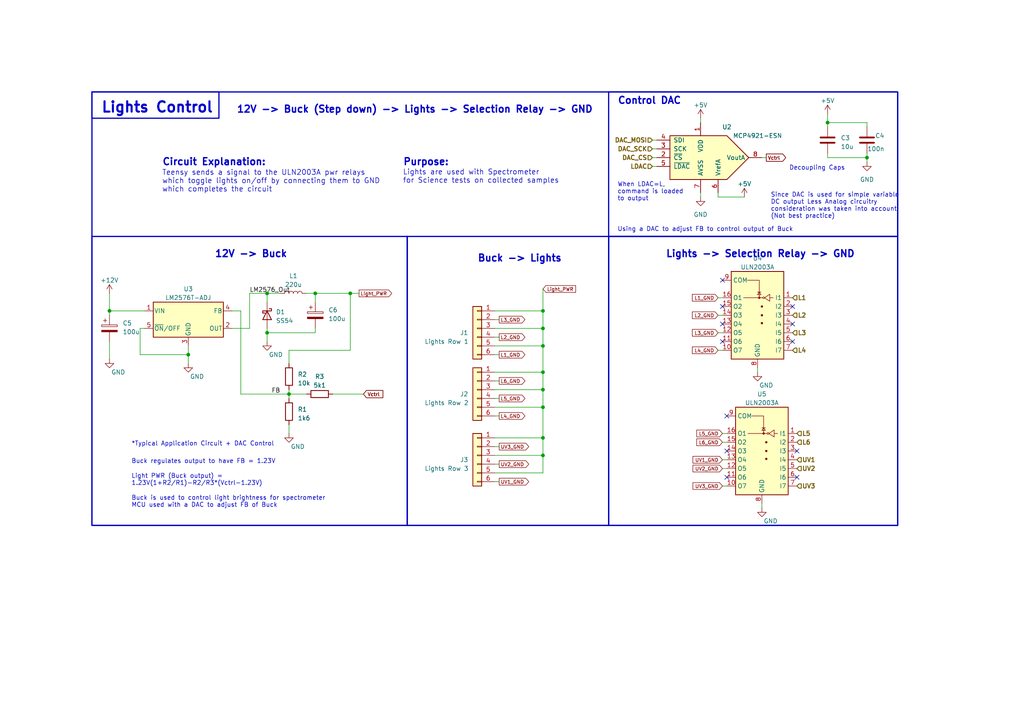
<source format=kicad_sch>
(kicad_sch (version 20231120) (generator "eeschema") (generator_version "8.0")
  (paper "A4")
  (title_block (title "Lights Control") (date "2023-11-28") (rev "2") (company "Matthew Szalawiga"))
  (lib_symbols
    (symbol "Analog_DAC:MCP4921-ESN" (pin_names (offset 1.016))
      (property "Reference" "U" (at -11.43 7.62 0))
      (property "Value" "MCP4921-ESN" (at 0 7.62 0))
      (symbol "MCP4921-ESN_0_1"
        (polyline (pts (xy -11.43 6.35) (xy 5.08 6.35) (xy 11.43 0) (xy 5.08 -6.35) (xy -11.43 -6.35) (xy -11.43 6.35)) (stroke (width 0.254)) (fill (type background)))
      )
      (symbol "MCP4921-ESN_1_1"
        (pin power_in line (at -2.54 10.16 270) (length 3.81) (name "VDD") (number "1"))
        (pin input line (at -15.24 0 0) (length 3.81) (name "~{CS}") (number "2"))
        (pin input line (at -15.24 2.54 0) (length 3.81) (name "SCK") (number "3"))
        (pin input line (at -15.24 5.08 0) (length 3.81) (name "SDI") (number "4"))
        (pin input line (at -15.24 -2.54 0) (length 3.81) (name "~{LDAC}") (number "5"))
        (pin passive line (at 2.54 -10.16 90) (length 3.81) (name "VrefA") (number "6"))
        (pin power_in line (at -2.54 -10.16 90) (length 3.81) (name "AVSS") (number "7"))
        (pin passive line (at 15.24 0 180) (length 3.81) (name "VoutA") (number "8"))
      )
    )
    (symbol "Connector_Generic:Conn_01x06" (pin_names (offset 1.016) hide)
      (property "Reference" "J" (at 0 7.62 0))
      (property "Value" "Conn_01x06" (at 0 -10.16 0))
      (symbol "Conn_01x06_1_1"
        (rectangle (start -1.27 -7.493) (end 0 -7.747) (stroke (width 0.1524)))
        (rectangle (start -1.27 -4.953) (end 0 -5.207) (stroke (width 0.1524)))
        (rectangle (start -1.27 -2.413) (end 0 -2.667) (stroke (width 0.1524)))
        (rectangle (start -1.27 0.127) (end 0 -0.127) (stroke (width 0.1524)))
        (rectangle (start -1.27 2.667) (end 0 2.413) (stroke (width 0.1524)))
        (rectangle (start -1.27 5.207) (end 0 4.953) (stroke (width 0.1524)))
        (rectangle (start -1.27 6.35) (end 1.27 -8.89) (stroke (width 0.254)) (fill (type background)))
        (pin passive line (at -5.08 5.08 0) (length 3.81) (name "Pin_1") (number "1"))
        (pin passive line (at -5.08 2.54 0) (length 3.81) (name "Pin_2") (number "2"))
        (pin passive line (at -5.08 0 0) (length 3.81) (name "Pin_3") (number "3"))
        (pin passive line (at -5.08 -2.54 0) (length 3.81) (name "Pin_4") (number "4"))
        (pin passive line (at -5.08 -5.08 0) (length 3.81) (name "Pin_5") (number "5"))
        (pin passive line (at -5.08 -7.62 0) (length 3.81) (name "Pin_6") (number "6"))
      )
    )
    (symbol "Device:C" (pin_numbers hide) (pin_names (offset 0.254))
      (property "Reference" "C" (at 0.635 2.54 0))
      (property "Value" "C" (at 0.635 -2.54 0))
      (symbol "C_0_1"
        (polyline (pts (xy -2.032 -0.762) (xy 2.032 -0.762)) (stroke (width 0.508)))
        (polyline (pts (xy -2.032 0.762) (xy 2.032 0.762)) (stroke (width 0.508)))
      )
      (symbol "C_1_1"
        (pin passive line (at 0 3.81 270) (length 2.794) (name "~") (number "1"))
        (pin passive line (at 0 -3.81 90) (length 2.794) (name "~") (number "2"))
      )
    )
    (symbol "Device:C_Polarized" (pin_numbers hide) (pin_names (offset 0.254))
      (property "Reference" "C" (at 0.635 2.54 0))
      (property "Value" "C_Polarized" (at 0.635 -2.54 0))
      (symbol "C_Polarized_0_1"
        (rectangle (start -2.286 0.508) (end 2.286 1.016))
        (polyline (pts (xy -1.778 2.286) (xy -0.762 2.286)))
        (polyline (pts (xy -1.27 2.794) (xy -1.27 1.778)))
        (rectangle (start 2.286 -0.508) (end -2.286 -1.016) (fill (type outline)))
      )
      (symbol "C_Polarized_1_1"
        (pin passive line (at 0 3.81 270) (length 2.794) (name "~") (number "1"))
        (pin passive line (at 0 -3.81 90) (length 2.794) (name "~") (number "2"))
      )
    )
    (symbol "Device:L" (pin_numbers hide) (pin_names (offset 1.016) hide)
      (property "Reference" "L" (at -1.27 0 90))
      (property "Value" "L" (at 1.905 0 90))
      (symbol "L_0_1"
        (arc (start 0 -2.54) (mid 0.6323 -1.905) (end 0 -1.27))
        (arc (start 0 -1.27) (mid 0.6323 -0.635) (end 0 0))
        (arc (start 0 0) (mid 0.6323 0.635) (end 0 1.27))
        (arc (start 0 1.27) (mid 0.6323 1.905) (end 0 2.54))
      )
      (symbol "L_1_1"
        (pin passive line (at 0 3.81 270) (length 1.27) (name "1") (number "1"))
        (pin passive line (at 0 -3.81 90) (length 1.27) (name "2") (number "2"))
      )
    )
    (symbol "Device:R" (pin_numbers hide) (pin_names (offset 0))
      (property "Reference" "R" (at 2.032 0 90))
      (property "Value" "R" (at 0 0 90))
      (symbol "R_0_1"
        (rectangle (start -1.016 -2.54) (end 1.016 2.54) (stroke (width 0.254)))
      )
      (symbol "R_1_1"
        (pin passive line (at 0 3.81 270) (length 1.27) (name "~") (number "1"))
        (pin passive line (at 0 -3.81 90) (length 1.27) (name "~") (number "2"))
      )
    )
    (symbol "Diode:B150-E3" (pin_numbers hide) (pin_names hide)
      (property "Reference" "D" (at 0 2.54 0))
      (property "Value" "B150-E3" (at 0 -2.54 0))
      (symbol "B150-E3_0_1"
        (polyline (pts (xy 1.27 0) (xy -1.27 0)))
        (polyline (pts (xy 1.27 1.27) (xy 1.27 -1.27) (xy -1.27 0) (xy 1.27 1.27)) (stroke (width 0.254)))
        (polyline (pts (xy -1.905 0.635) (xy -1.905 1.27) (xy -1.27 1.27) (xy -1.27 -1.27) (xy -0.635 -1.27) (xy -0.635 -0.635)) (stroke (width 0.254)))
      )
      (symbol "B150-E3_1_1"
        (pin passive line (at -3.81 0 0) (length 2.54) (name "K") (number "1"))
        (pin passive line (at 3.81 0 180) (length 2.54) (name "A") (number "2"))
      )
    )
    (symbol "Regulator_Switching:LM2576T-ADJ" (pin_names (offset 0.254))
      (property "Reference" "U" (at -10.16 6.35 0))
      (property "Value" "LM2576T-ADJ" (at 0 6.35 0))
      (symbol "LM2576T-ADJ_0_1"
        (rectangle (start -10.16 5.08) (end 10.16 -5.08) (stroke (width 0.254)) (fill (type background)))
      )
      (symbol "LM2576T-ADJ_1_1"
        (pin power_in line (at -12.7 2.54 0) (length 2.54) (name "VIN") (number "1"))
        (pin output line (at 12.7 -2.54 180) (length 2.54) (name "OUT") (number "2"))
        (pin power_in line (at 0 -7.62 90) (length 2.54) (name "GND") (number "3"))
        (pin input line (at 12.7 2.54 180) (length 2.54) (name "FB") (number "4"))
        (pin input line (at -12.7 -2.54 0) (length 2.54) (name "~{ON}/OFF") (number "5"))
      )
    )
    (symbol "Transistor_Array:ULN2003A"
      (property "Reference" "U" (at 0 15.875 0))
      (property "Value" "ULN2003A" (at 0 13.97 0))
      (symbol "ULN2003A_0_1"
        (rectangle (start -7.62 -12.7) (end 7.62 12.7) (stroke (width 0.254)) (fill (type background)))
        (circle (center -1.778 5.08) (radius 0.254))
        (circle (center -1.27 -2.286) (radius 0.254) (fill (type outline)))
        (circle (center -1.27 0) (radius 0.254) (fill (type outline)))
        (circle (center -1.27 2.54) (radius 0.254) (fill (type outline)))
        (circle (center -0.508 5.08) (radius 0.254) (fill (type outline)))
        (polyline (pts (xy -4.572 5.08) (xy -3.556 5.08)))
        (polyline (pts (xy -1.524 5.08) (xy 4.064 5.08)))
        (polyline (pts (xy 0 6.731) (xy -1.016 6.731)))
        (polyline (pts (xy -0.508 5.08) (xy -0.508 10.16) (xy 2.921 10.16)))
        (polyline (pts (xy -3.556 6.096) (xy -3.556 4.064) (xy -2.032 5.08) (xy -3.556 6.096)))
        (polyline (pts (xy 0 5.969) (xy -1.016 5.969) (xy -0.508 6.731) (xy 0 5.969)))
      )
      (symbol "ULN2003A_1_1"
        (pin input line (at -10.16 5.08 0) (length 2.54) (name "I1") (number "1"))
        (pin open_collector line (at 10.16 -10.16 180) (length 2.54) (name "O7") (number "10"))
        (pin open_collector line (at 10.16 -7.62 180) (length 2.54) (name "O6") (number "11"))
        (pin open_collector line (at 10.16 -5.08 180) (length 2.54) (name "O5") (number "12"))
        (pin open_collector line (at 10.16 -2.54 180) (length 2.54) (name "O4") (number "13"))
        (pin open_collector line (at 10.16 0 180) (length 2.54) (name "O3") (number "14"))
        (pin open_collector line (at 10.16 2.54 180) (length 2.54) (name "O2") (number "15"))
        (pin open_collector line (at 10.16 5.08 180) (length 2.54) (name "O1") (number "16"))
        (pin input line (at -10.16 2.54 0) (length 2.54) (name "I2") (number "2"))
        (pin input line (at -10.16 0 0) (length 2.54) (name "I3") (number "3"))
        (pin input line (at -10.16 -2.54 0) (length 2.54) (name "I4") (number "4"))
        (pin input line (at -10.16 -5.08 0) (length 2.54) (name "I5") (number "5"))
        (pin input line (at -10.16 -7.62 0) (length 2.54) (name "I6") (number "6"))
        (pin input line (at -10.16 -10.16 0) (length 2.54) (name "I7") (number "7"))
        (pin power_in line (at 0 -15.24 90) (length 2.54) (name "GND") (number "8"))
        (pin passive line (at 10.16 10.16 180) (length 2.54) (name "COM") (number "9"))
      )
    )
    (symbol "power:+12V" (power) (pin_names (offset 0))
      (property "Value" "+12V" (at 0 3.556 0))
      (symbol "+12V_0_1"
        (polyline (pts (xy -0.762 1.27) (xy 0 2.54)))
        (polyline (pts (xy 0 0) (xy 0 2.54)))
        (polyline (pts (xy 0 2.54) (xy 0.762 1.27)))
      )
      (symbol "+12V_1_1"
        (pin power_in line (at 0 0 90) (length 0) hide (name "+12V") (number "1"))
      )
    )
    (symbol "power:+5V" (power) (pin_names (offset 0))
      (property "Value" "+5V" (at 0 3.556 0))
      (symbol "+5V_0_1"
        (polyline (pts (xy -0.762 1.27) (xy 0 2.54)))
        (polyline (pts (xy 0 0) (xy 0 2.54)))
        (polyline (pts (xy 0 2.54) (xy 0.762 1.27)))
      )
      (symbol "+5V_1_1"
        (pin power_in line (at 0 0 90) (length 0) hide (name "+5V") (number "1"))
      )
    )
    (symbol "power:GND" (power) (pin_names (offset 0))
      (property "Value" "GND" (at 0 -3.81 0))
      (symbol "GND_0_1"
        (polyline (pts (xy 0 0) (xy 0 -1.27) (xy 1.27 -1.27) (xy 0 -2.54) (xy -1.27 -1.27) (xy 0 -1.27)))
      )
      (symbol "GND_1_1"
        (pin power_in line (at 0 0 270) (length 0) hide (name "GND") (number "1"))
      )
    )
  )
  (junction (at 83.82 114.3))
  (junction (at 54.61 102.87))
  (junction (at 157.48 100.33))
  (junction (at 251.46 45.72))
  (junction (at 157.48 132.08))
  (junction (at 157.48 90.17))
  (junction (at 157.48 113.03))
  (junction (at 157.48 95.25))
  (junction (at 91.44 85.09))
  (junction (at 240.03 35.56))
  (junction (at 77.47 96.52))
  (junction (at 157.48 107.95))
  (junction (at 157.48 127))
  (junction (at 157.48 118.11))
  (junction (at 101.6 85.09))
  (junction (at 31.75 90.17))
  (junction (at 77.47 85.09))
  (no_connect (at 209.55 81.28))
  (no_connect (at 210.82 120.65))
  (no_connect (at 231.14 130.81))
  (no_connect (at 210.82 138.43))
  (no_connect (at 229.87 93.98))
  (no_connect (at 209.55 88.9))
  (no_connect (at 209.55 99.06))
  (no_connect (at 210.82 130.81))
  (no_connect (at 229.87 99.06))
  (no_connect (at 231.14 138.43))
  (no_connect (at 229.87 88.9))
  (no_connect (at 209.55 93.98))
  (wire (pts (xy 72.39 85.09) (xy 72.39 95.25)))
  (wire (pts (xy 143.51 95.25) (xy 157.48 95.25)))
  (wire (pts (xy 220.98 146.05) (xy 220.98 147.32)))
  (wire (pts (xy 144.78 120.65) (xy 143.51 120.65)))
  (wire (pts (xy 157.48 90.17) (xy 157.48 95.25)))
  (wire (pts (xy 67.31 90.17) (xy 69.85 90.17)))
  (wire (pts (xy 83.82 114.3) (xy 83.82 115.57)))
  (wire (pts (xy 101.6 101.6) (xy 101.6 85.09)))
  (wire (pts (xy 189.23 45.72) (xy 190.5 45.72)))
  (wire (pts (xy 144.78 134.62) (xy 143.51 134.62)))
  (wire (pts (xy 189.23 40.64) (xy 190.5 40.64)))
  (wire (pts (xy 144.78 115.57) (xy 143.51 115.57)))
  (wire (pts (xy 251.46 36.83) (xy 251.46 35.56)))
  (wire (pts (xy 91.44 95.25) (xy 91.44 96.52)))
  (wire (pts (xy 251.46 45.72) (xy 240.03 45.72)))
  (wire (pts (xy 240.03 35.56) (xy 240.03 36.83)))
  (wire (pts (xy 83.82 105.41) (xy 83.82 101.6)))
  (wire (pts (xy 83.82 123.19) (xy 83.82 125.73)))
  (wire (pts (xy 41.91 95.25) (xy 40.64 95.25)))
  (wire (pts (xy 40.64 102.87) (xy 54.61 102.87)))
  (wire (pts (xy 143.51 132.08) (xy 157.48 132.08)))
  (wire (pts (xy 209.55 133.35) (xy 210.82 133.35)))
  (wire (pts (xy 240.03 33.02) (xy 240.03 35.56)))
  (wire (pts (xy 143.51 90.17) (xy 157.48 90.17)))
  (wire (pts (xy 208.28 55.88) (xy 208.28 57.15)))
  (wire (pts (xy 208.28 86.36) (xy 209.55 86.36)))
  (wire (pts (xy 31.75 91.44) (xy 31.75 90.17)))
  (wire (pts (xy 83.82 114.3) (xy 88.9 114.3)))
  (wire (pts (xy 189.23 48.26) (xy 190.5 48.26)))
  (wire (pts (xy 219.71 107.95) (xy 219.71 106.68)))
  (wire (pts (xy 157.48 100.33) (xy 157.48 107.95)))
  (wire (pts (xy 144.78 139.7) (xy 143.51 139.7)))
  (wire (pts (xy 222.25 45.72) (xy 220.98 45.72)))
  (wire (pts (xy 101.6 85.09) (xy 104.14 85.09)))
  (wire (pts (xy 143.51 113.03) (xy 157.48 113.03)))
  (wire (pts (xy 91.44 85.09) (xy 101.6 85.09)))
  (wire (pts (xy 209.55 140.97) (xy 210.82 140.97)))
  (wire (pts (xy 143.51 137.16) (xy 157.48 137.16)))
  (wire (pts (xy 203.2 34.29) (xy 203.2 35.56)))
  (wire (pts (xy 143.51 100.33) (xy 157.48 100.33)))
  (wire (pts (xy 251.46 44.45) (xy 251.46 45.72)))
  (wire (pts (xy 143.51 107.95) (xy 157.48 107.95)))
  (wire (pts (xy 31.75 99.06) (xy 31.75 104.14)))
  (wire (pts (xy 40.64 95.25) (xy 40.64 102.87)))
  (wire (pts (xy 209.55 125.73) (xy 210.82 125.73)))
  (wire (pts (xy 88.9 85.09) (xy 91.44 85.09)))
  (wire (pts (xy 54.61 102.87) (xy 54.61 105.41)))
  (wire (pts (xy 91.44 96.52) (xy 77.47 96.52)))
  (wire (pts (xy 69.85 114.3) (xy 69.85 90.17)))
  (wire (pts (xy 157.48 132.08) (xy 157.48 137.16)))
  (wire (pts (xy 144.78 110.49) (xy 143.51 110.49)))
  (wire (pts (xy 157.48 118.11) (xy 157.48 127)))
  (wire (pts (xy 144.78 92.71) (xy 143.51 92.71)))
  (wire (pts (xy 203.2 55.88) (xy 203.2 57.15)))
  (wire (pts (xy 208.28 101.6) (xy 209.55 101.6)))
  (wire (pts (xy 157.48 83.82) (xy 157.48 90.17)))
  (wire (pts (xy 209.55 128.27) (xy 210.82 128.27)))
  (wire (pts (xy 67.31 95.25) (xy 72.39 95.25)))
  (wire (pts (xy 157.48 107.95) (xy 157.48 113.03)))
  (wire (pts (xy 91.44 85.09) (xy 91.44 87.63)))
  (wire (pts (xy 83.82 113.03) (xy 83.82 114.3)))
  (wire (pts (xy 189.23 43.18) (xy 190.5 43.18)))
  (wire (pts (xy 208.28 91.44) (xy 209.55 91.44)))
  (wire (pts (xy 157.48 127) (xy 157.48 132.08)))
  (wire (pts (xy 77.47 85.09) (xy 77.47 87.63)))
  (wire (pts (xy 157.48 95.25) (xy 157.48 100.33)))
  (wire (pts (xy 240.03 45.72) (xy 240.03 44.45)))
  (wire (pts (xy 251.46 35.56) (xy 240.03 35.56)))
  (wire (pts (xy 77.47 85.09) (xy 81.28 85.09)))
  (wire (pts (xy 208.28 96.52) (xy 209.55 96.52)))
  (wire (pts (xy 77.47 95.25) (xy 77.47 96.52)))
  (wire (pts (xy 144.78 97.79) (xy 143.51 97.79)))
  (wire (pts (xy 96.52 114.3) (xy 105.41 114.3)))
  (wire (pts (xy 31.75 90.17) (xy 41.91 90.17)))
  (wire (pts (xy 31.75 85.09) (xy 31.75 90.17)))
  (wire (pts (xy 83.82 101.6) (xy 101.6 101.6)))
  (wire (pts (xy 77.47 96.52) (xy 77.47 99.06)))
  (wire (pts (xy 208.28 57.15) (xy 215.9 57.15)))
  (wire (pts (xy 143.51 127) (xy 157.48 127)))
  (wire (pts (xy 54.61 100.33) (xy 54.61 102.87)))
  (wire (pts (xy 69.85 114.3) (xy 83.82 114.3)))
  (wire (pts (xy 144.78 102.87) (xy 143.51 102.87)))
  (wire (pts (xy 209.55 135.89) (xy 210.82 135.89)))
  (wire (pts (xy 251.46 45.72) (xy 251.46 46.99)))
  (wire (pts (xy 144.78 129.54) (xy 143.51 129.54)))
  (wire (pts (xy 72.39 85.09) (xy 77.47 85.09)))
  (wire (pts (xy 157.48 113.03) (xy 157.48 118.11)))
  (wire (pts (xy 143.51 118.11) (xy 157.48 118.11)))
  (rectangle (start 118.11 68.58) (end 176.53 152.4) (stroke (width 0.35)))
  (rectangle (start 176.53 26.67) (end 260.35 68.58) (stroke (width 0.35)))
  (rectangle (start 176.53 68.58) (end 260.35 152.4) (stroke (width 0.35)))
  (rectangle (start 26.67 26.67) (end 63.5 34.29) (stroke (width 0.35)))
  (rectangle (start 26.67 68.58) (end 118.11 152.4) (stroke (width 0.35)))
  (rectangle (start 26.67 26.67) (end 260.35 152.4) (stroke (width 0.35)))
  (text "Buck regulates output to have FB = 1.23V" (at 38.1 134.62 0) (effects (font (size 1.27 1.27)) (justify left bottom)))
  (text "Since DAC is used for simple variable \nDC output Less Analog circuitry\nconsideration was taken into account\n(Not best practice)" (at 223.52 63.5 0) (effects (font (size 1.27 1.27)) (justify left bottom)))
  (text "*Typical Application Circuit + DAC Control" (at 38.1 129.54 0) (effects (font (size 1.27 1.27)) (justify left bottom)))
  (text "12V -> Buck (Step down) -> Lights -> Selection Relay -> GND\n" (at 68.58 33.02 0) (effects (font (size 2 2) (thickness 0.4) (bold yes)) (justify left bottom)))
  (text "Lights are used with Spectrometer \nfor Science tests on collected samples" (at 116.84 53.34 0) (effects (font (size 1.5 1.5)) (justify left bottom)))
  (text "Control DAC" (at 179.07 30.48 0) (effects (font (size 2 2) (thickness 0.4) (bold yes)) (justify left bottom)))
  (text "When LDAC=L, \ncommand is loaded\nto output" (at 179.07 58.42 0) (effects (font (size 1.27 1.27)) (justify left bottom)))
  (text "Buck -> Lights" (at 138.43 76.2 0) (effects (font (size 2 2) (thickness 0.4) (bold yes)) (justify left bottom)))
  (text "Light PWR (Buck output) = \n1.23V(1+R2/R1)-R2/R3*(Vctrl-1.23V)" (at 38.1 140.97 0) (effects (font (size 1.27 1.27)) (justify left bottom)))
  (text "Purpose:" (at 116.84 48.26 0) (effects (font (size 2 2) (thickness 0.4) (bold yes)) (justify left bottom)))
  (text "Lights -> Selection Relay -> GND" (at 193.04 74.93 0) (effects (font (size 2 2) (thickness 0.4) (bold yes)) (justify left bottom)))
  (text "Using a DAC to adjust FB to control output of Buck" (at 179.07 67.31 0) (effects (font (size 1.27 1.27)) (justify left bottom)))
  (text "Decoupling Caps" (at 245.11 49.53 0) (effects (font (size 1.27 1.27)) (justify right bottom)))
  (text "Lights Control\n" (at 29.21 33.02 0) (effects (font (size 3 3) (thickness 0.6) (bold yes)) (justify left bottom)))
  (text "Circuit Explanation:" (at 46.99 48.26 0) (effects (font (size 2 2) (thickness 0.4) (bold yes)) (justify left bottom)))
  (text "12V -> Buck" (at 62.23 74.93 0) (effects (font (size 2 2) (thickness 0.4) (bold yes)) (justify left bottom)))
  (text "Teensy sends a signal to the ULN2003A pwr relays \nwhich toggle lights on/off by connecting them to GND\nwhich completes the circuit\n" (at 46.99 55.88 0) (effects (font (size 1.5 1.5)) (justify left bottom)))
  (text "Buck is used to control light brightness for spectrometer\nMCU used with a DAC to adjust FB of Buck\n" (at 38.1 147.32 0) (effects (font (size 1.27 1.27)) (justify left bottom)))
  (label "LM2576_Out" (at 72.39 85.09 0))
  (label "FB" (at 78.74 114.3 0))
  (global_label "L5_GND" (shape output) (at 144.78 115.57 0) (effects (font (size 1 1))) (property "Intersheetrefs" "${INTERSHEET_REFS}" (effects (hide yes))))
  (global_label "L1_GND" (shape output) (at 144.78 102.87 0) (effects (font (size 1 1))) (property "Intersheetrefs" "${INTERSHEET_REFS}" (effects (hide yes))))
  (global_label "L3_GND" (shape output) (at 144.78 92.71 0) (effects (font (size 1 1))) (property "Intersheetrefs" "${INTERSHEET_REFS}" (effects (hide yes))))
  (global_label "L2_GND" (shape input) (at 208.28 91.44 180) (effects (font (size 1 1))) (property "Intersheetrefs" "${INTERSHEET_REFS}" (effects (hide yes))))
  (global_label "UV3_GND" (shape input) (at 209.55 140.97 180) (effects (font (size 1 1))) (property "Intersheetrefs" "${INTERSHEET_REFS}" (effects (hide yes))))
  (global_label "UV1_GND" (shape output) (at 144.78 139.7 0) (effects (font (size 1 1))) (property "Intersheetrefs" "${INTERSHEET_REFS}" (effects (hide yes))))
  (global_label "L6_GND" (shape input) (at 209.55 128.27 180) (effects (font (size 1 1))) (property "Intersheetrefs" "${INTERSHEET_REFS}" (effects (hide yes))))
  (global_label "L1_GND" (shape input) (at 208.28 86.36 180) (effects (font (size 1 1))) (property "Intersheetrefs" "${INTERSHEET_REFS}" (effects (hide yes))))
  (global_label "UV3_GND" (shape output) (at 144.78 129.54 0) (effects (font (size 1 1))) (property "Intersheetrefs" "${INTERSHEET_REFS}" (effects (hide yes))))
  (global_label "L4_GND" (shape input) (at 208.28 101.6 180) (effects (font (size 1 1))) (property "Intersheetrefs" "${INTERSHEET_REFS}" (effects (hide yes))))
  (global_label "L3_GND" (shape input) (at 208.28 96.52 180) (effects (font (size 1 1))) (property "Intersheetrefs" "${INTERSHEET_REFS}" (effects (hide yes))))
  (global_label "L2_GND" (shape output) (at 144.78 97.79 0) (effects (font (size 1 1))) (property "Intersheetrefs" "${INTERSHEET_REFS}" (effects (hide yes))))
  (global_label "Vctrl" (shape output) (at 222.25 45.72 0) (effects (font (size 1 1) (bold yes))) (property "Intersheetrefs" "${INTERSHEET_REFS}" (effects (hide yes))))
  (global_label "L6_GND" (shape output) (at 144.78 110.49 0) (effects (font (size 1 1))) (property "Intersheetrefs" "${INTERSHEET_REFS}" (effects (hide yes))))
  (global_label "UV2_GND" (shape input) (at 209.55 135.89 180) (effects (font (size 1 1))) (property "Intersheetrefs" "${INTERSHEET_REFS}" (effects (hide yes))))
  (global_label "UV2_GND" (shape output) (at 144.78 134.62 0) (effects (font (size 1 1))) (property "Intersheetrefs" "${INTERSHEET_REFS}" (effects (hide yes))))
  (global_label "L4_GND" (shape output) (at 144.78 120.65 0) (effects (font (size 1 1))) (property "Intersheetrefs" "${INTERSHEET_REFS}" (effects (hide yes))))
  (global_label "Vctrl" (shape input) (at 105.41 114.3 0) (effects (font (size 1 1) (bold yes))) (property "Intersheetrefs" "${INTERSHEET_REFS}" (effects (hide yes))))
  (global_label "L5_GND" (shape input) (at 209.55 125.73 180) (effects (font (size 1 1))) (property "Intersheetrefs" "${INTERSHEET_REFS}" (effects (hide yes))))
  (global_label "UV1_GND" (shape input) (at 209.55 133.35 180) (effects (font (size 1 1))) (property "Intersheetrefs" "${INTERSHEET_REFS}" (effects (hide yes))))
  (global_label "Light_PWR" (shape input) (at 157.48 83.82 0) (effects (font (size 1 1))) (property "Intersheetrefs" "${INTERSHEET_REFS}" (effects (hide yes))))
  (global_label "Light_PWR" (shape output) (at 104.14 85.09 0) (effects (font (size 1 1))) (property "Intersheetrefs" "${INTERSHEET_REFS}" (effects (hide yes))))
  (hierarchical_label "L2" (shape input) (at 229.87 91.44 0) (effects (font (thickness 0.254) (bold yes))))
  (hierarchical_label "L6" (shape input) (at 231.14 128.27 0) (effects (font (thickness 0.254) (bold yes))))
  (hierarchical_label "UV3" (shape input) (at 231.14 140.97 0) (effects (font (thickness 0.254) (bold yes))))
  (hierarchical_label "LDAC" (shape input) (at 189.23 48.26 180) (effects (font (bold yes))))
  (hierarchical_label "L5" (shape input) (at 231.14 125.73 0) (effects (font (thickness 0.254) (bold yes))))
  (hierarchical_label "L4" (shape input) (at 229.87 101.6 0) (effects (font (thickness 0.254) (bold yes))))
  (hierarchical_label "DAC_CS" (shape input) (at 189.23 45.72 180) (effects (font (bold yes))))
  (hierarchical_label "DAC_MOSI" (shape input) (at 189.23 40.64 180) (effects (font (bold yes))))
  (hierarchical_label "DAC_SCK" (shape input) (at 189.23 43.18 180) (effects (font (bold yes))))
  (hierarchical_label "UV2" (shape input) (at 231.14 135.89 0) (effects (font (thickness 0.254) (bold yes))))
  (hierarchical_label "UV1" (shape input) (at 231.14 133.35 0) (effects (font (thickness 0.254) (bold yes))))
  (hierarchical_label "L1" (shape input) (at 229.87 86.36 0) (effects (font (thickness 0.254) (bold yes))))
  (hierarchical_label "L3" (shape input) (at 229.87 96.52 0) (effects (font (thickness 0.254) (bold yes))))
  (symbol (lib_id "Connector_Generic:Conn_01x06") (at 138.43 132.08 0) (mirror y) (unit 1)
    (property "Reference" "J3" (at 134.62 133.35 0))
    (property "Value" "Lights Row 3" (at 129.54 135.89 0))
    (property "Footprint" "Connector_JST:JST_XH_B6B-XH-AM_1x06_P2.50mm_Vertical" (effects (hide yes)))
  )
  (symbol (lib_id "Transistor_Array:ULN2003A") (at 219.71 91.44 0) (mirror y) (unit 1)
    (property "Reference" "U4" (at 219.71 74.93 0))
    (property "Value" "ULN2003A" (at 219.71 77.47 0))
    (property "Footprint" "Package_SO:SOIC-16_3.9x9.9mm_P1.27mm" (effects (hide yes)))
    (property "Datasheet" "http://www.ti.com/lit/ds/symlink/uln2003a.pdf" (effects (hide yes)))
  )
  (symbol (lib_id "Transistor_Array:ULN2003A") (at 220.98 130.81 0) (mirror y) (unit 1)
    (property "Reference" "U5" (at 220.98 114.3 0))
    (property "Value" "ULN2003A" (at 220.98 116.84 0))
    (property "Footprint" "Package_SO:SOIC-16_3.9x9.9mm_P1.27mm" (effects (hide yes)))
    (property "Datasheet" "http://www.ti.com/lit/ds/symlink/uln2003a.pdf" (effects (hide yes)))
  )
  (symbol (lib_id "Device:R") (at 83.82 109.22 0) (unit 1)
    (property "Reference" "R2" (at 86.36 108.585 0) (effects (justify left)))
    (property "Value" "10k" (at 86.36 111.125 0) (effects (justify left)))
    (property "Footprint" "Resistor_SMD:R_0603_1608Metric" (effects (hide yes)))
  )
  (symbol (lib_id "Connector_Generic:Conn_01x06") (at 138.43 113.03 0) (mirror y) (unit 1)
    (property "Reference" "J2" (at 134.62 114.3 0))
    (property "Value" "Lights Row 2" (at 129.54 116.84 0))
    (property "Footprint" "Connector_JST:JST_XH_B6B-XH-AM_1x06_P2.50mm_Vertical" (effects (hide yes)))
  )
  (symbol (lib_id "Device:C") (at 240.03 40.64 0) (mirror y) (unit 1)
    (property "Reference" "C3" (at 243.84 40.005 0) (effects (justify right)))
    (property "Value" "10u" (at 243.84 42.545 0) (effects (justify right)))
    (property "Footprint" "Capacitor_SMD:C_0805_2012Metric" (effects (hide yes)))
  )
  (symbol (lib_id "power:GND") (at 251.46 46.99 0) (mirror y) (unit 1)
    (property "Reference" "#PWR032" (effects (hide yes)))
    (property "Value" "GND" (at 251.46 52.07 0))
  )
  (symbol (lib_id "Device:R") (at 83.82 119.38 0) (unit 1)
    (property "Reference" "R1" (at 86.36 118.745 0) (effects (justify left)))
    (property "Value" "1k6" (at 86.36 121.285 0) (effects (justify left)))
    (property "Footprint" "Resistor_SMD:R_0603_1608Metric" (effects (hide yes)))
  )
  (symbol (lib_id "Regulator_Switching:LM2576T-ADJ") (at 54.61 92.71 0) (unit 1)
    (property "Reference" "U3" (at 54.61 83.82 0))
    (property "Value" "LM2576T-ADJ" (at 54.61 86.36 0))
    (property "Footprint" "Package_TO_SOT_THT:TO-220-5_Vertical" (effects (hide yes)))
    (property "Datasheet" "http://www.ti.com/lit/ds/symlink/lm2576.pdf" (effects (hide yes)))
  )
  (symbol (lib_id "power:+5V") (at 215.9 57.15 0) (unit 1)
    (property "Reference" "#PWR022" (effects (hide yes)))
    (property "Value" "+5V" (at 215.9 53.34 0))
  )
  (symbol (lib_id "Device:R") (at 92.71 114.3 90) (unit 1)
    (property "Reference" "R3" (at 92.71 109.22 90))
    (property "Value" "5k1" (at 92.71 111.76 90))
    (property "Footprint" "Resistor_SMD:R_0603_1608Metric" (effects (hide yes)))
  )
  (symbol (lib_id "Diode:B150-E3") (at 77.47 91.44 270) (unit 1)
    (property "Reference" "D1" (at 80.01 90.4875 90) (effects (justify left)))
    (property "Value" "SS54" (at 80.01 93.0275 90) (effects (justify left)))
    (property "Footprint" "Diode_SMD:D_SMA" (effects (hide yes)))
    (property "Datasheet" "http://www.vishay.com/docs/88946/b120.pdf" (effects (hide yes)))
  )
  (symbol (lib_id "power:GND") (at 219.71 107.95 0) (unit 1)
    (property "Reference" "#PWR033" (effects (hide yes)))
    (property "Value" "GND" (at 222.25 111.76 0))
  )
  (symbol (lib_id "Connector_Generic:Conn_01x06") (at 138.43 95.25 0) (mirror y) (unit 1)
    (property "Reference" "J1" (at 134.62 96.52 0))
    (property "Value" "Lights Row 1" (at 129.54 99.06 0))
    (property "Footprint" "Connector_JST:JST_XH_B6B-XH-AM_1x06_P2.50mm_Vertical" (effects (hide yes)))
  )
  (symbol (lib_id "power:GND") (at 203.2 57.15 0) (unit 1)
    (property "Reference" "#PWR09" (effects (hide yes)))
    (property "Value" "GND" (at 203.2 62.23 0))
  )
  (symbol (lib_id "Analog_DAC:MCP4921-ESN") (at 205.74 45.72 0) (unit 1)
    (property "Reference" "U2" (at 210.82 36.83 0))
    (property "Value" "MCP4921-ESN" (at 219.71 39.37 0))
    (property "Footprint" "Package_SO:SOIC-8_3.9x4.9mm_P1.27mm" (effects (hide yes)))
    (property "Datasheet" "http://ww1.microchip.com/downloads/en/devicedoc/21897a.pdf" (effects (hide yes)))
  )
  (symbol (lib_id "power:GND") (at 77.47 99.06 0) (unit 1)
    (property "Reference" "#PWR036" (effects (hide yes)))
    (property "Value" "GND" (at 80.01 102.87 0))
  )
  (symbol (lib_id "Device:C_Polarized") (at 91.44 91.44 0) (unit 1)
    (property "Reference" "C6" (at 95.25 89.916 0) (effects (justify left)))
    (property "Value" "100u" (at 95.25 92.456 0) (effects (justify left)))
    (property "Footprint" "Capacitor_THT:CP_Radial_D6.3mm_P2.50mm" (effects (hide yes)))
  )
  (symbol (lib_id "Device:C_Polarized") (at 31.75 95.25 0) (unit 1)
    (property "Reference" "C5" (at 35.56 93.726 0) (effects (justify left)))
    (property "Value" "100u" (at 35.56 96.266 0) (effects (justify left)))
    (property "Footprint" "Capacitor_THT:CP_Radial_D6.3mm_P2.50mm" (effects (hide yes)))
  )
  (symbol (lib_id "Device:C") (at 251.46 40.64 0) (mirror y) (unit 1)
    (property "Reference" "C4" (at 256.54 39.37 0) (effects (justify left)))
    (property "Value" "100n" (at 256.54 43.18 0) (effects (justify left)))
    (property "Footprint" "Capacitor_SMD:C_0603_1608Metric" (effects (hide yes)))
  )
  (symbol (lib_id "power:GND") (at 54.61 105.41 0) (unit 1)
    (property "Reference" "#PWR035" (effects (hide yes)))
    (property "Value" "GND" (at 57.15 109.22 0))
  )
  (symbol (lib_id "power:+5V") (at 203.2 34.29 0) (unit 1)
    (property "Reference" "#PWR041" (effects (hide yes)))
    (property "Value" "+5V" (at 203.2 30.48 0))
  )
  (symbol (lib_id "power:+5V") (at 240.03 33.02 0) (mirror y) (unit 1)
    (property "Reference" "#PWR023" (effects (hide yes)))
    (property "Value" "+5V" (at 240.03 29.21 0))
  )
  (symbol (lib_id "power:GND") (at 31.75 104.14 0) (unit 1)
    (property "Reference" "#PWR037" (effects (hide yes)))
    (property "Value" "GND" (at 34.29 107.95 0))
  )
  (symbol (lib_id "power:GND") (at 83.82 125.73 0) (unit 1)
    (property "Reference" "#PWR039" (effects (hide yes)))
    (property "Value" "GND" (at 86.36 129.54 0))
  )
  (symbol (lib_id "Device:L") (at 85.09 85.09 90) (unit 1)
    (property "Reference" "L1" (at 85.09 80.01 90))
    (property "Value" "220u" (at 85.09 82.55 90))
    (property "Footprint" "Inductor_THT:L_Radial_D8.7mm_P5.00mm_Fastron_07HCP" (effects (hide yes)))
  )
  (symbol (lib_id "power:GND") (at 220.98 147.32 0) (unit 1)
    (property "Reference" "#PWR034" (effects (hide yes)))
    (property "Value" "GND" (at 223.52 151.13 0))
  )
  (symbol (lib_id "power:+12V") (at 31.75 85.09 0) (unit 1)
    (property "Reference" "#PWR038" (effects (hide yes)))
    (property "Value" "+12V" (at 31.75 81.28 0))
  )
)
</source>
